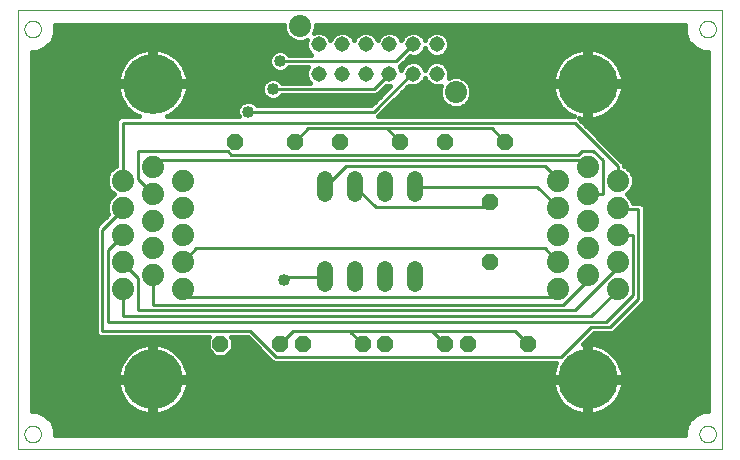
<source format=gtl>
G75*
%MOIN*%
%OFA0B0*%
%FSLAX25Y25*%
%IPPOS*%
%LPD*%
%AMOC8*
5,1,8,0,0,1.08239X$1,22.5*
%
%ADD10C,0.00000*%
%ADD11C,0.05200*%
%ADD12C,0.07400*%
%ADD13C,0.20000*%
%ADD14OC8,0.05200*%
%ADD15C,0.05150*%
%ADD16C,0.07382*%
%ADD17C,0.01000*%
%ADD18C,0.04000*%
%ADD19C,0.01600*%
D10*
X0025955Y0001800D02*
X0025955Y0148001D01*
X0260876Y0148001D01*
X0260876Y0001800D01*
X0025955Y0001800D01*
X0028199Y0006800D02*
X0028201Y0006905D01*
X0028207Y0007010D01*
X0028217Y0007114D01*
X0028231Y0007218D01*
X0028249Y0007322D01*
X0028271Y0007424D01*
X0028296Y0007526D01*
X0028326Y0007627D01*
X0028359Y0007726D01*
X0028396Y0007824D01*
X0028437Y0007921D01*
X0028482Y0008016D01*
X0028530Y0008109D01*
X0028581Y0008201D01*
X0028637Y0008290D01*
X0028695Y0008377D01*
X0028757Y0008462D01*
X0028821Y0008545D01*
X0028889Y0008625D01*
X0028960Y0008702D01*
X0029034Y0008776D01*
X0029111Y0008848D01*
X0029190Y0008917D01*
X0029272Y0008982D01*
X0029356Y0009045D01*
X0029443Y0009104D01*
X0029532Y0009160D01*
X0029623Y0009213D01*
X0029716Y0009262D01*
X0029810Y0009307D01*
X0029906Y0009349D01*
X0030004Y0009387D01*
X0030103Y0009421D01*
X0030204Y0009452D01*
X0030305Y0009478D01*
X0030408Y0009501D01*
X0030511Y0009520D01*
X0030615Y0009535D01*
X0030719Y0009546D01*
X0030824Y0009553D01*
X0030929Y0009556D01*
X0031034Y0009555D01*
X0031139Y0009550D01*
X0031243Y0009541D01*
X0031347Y0009528D01*
X0031451Y0009511D01*
X0031554Y0009490D01*
X0031656Y0009465D01*
X0031757Y0009437D01*
X0031856Y0009404D01*
X0031955Y0009368D01*
X0032052Y0009328D01*
X0032147Y0009285D01*
X0032241Y0009237D01*
X0032333Y0009187D01*
X0032423Y0009133D01*
X0032511Y0009075D01*
X0032596Y0009014D01*
X0032679Y0008950D01*
X0032760Y0008883D01*
X0032838Y0008813D01*
X0032913Y0008739D01*
X0032985Y0008664D01*
X0033055Y0008585D01*
X0033121Y0008504D01*
X0033185Y0008420D01*
X0033245Y0008334D01*
X0033301Y0008246D01*
X0033355Y0008155D01*
X0033405Y0008063D01*
X0033451Y0007969D01*
X0033494Y0007873D01*
X0033533Y0007775D01*
X0033568Y0007677D01*
X0033599Y0007576D01*
X0033627Y0007475D01*
X0033651Y0007373D01*
X0033671Y0007270D01*
X0033687Y0007166D01*
X0033699Y0007062D01*
X0033707Y0006957D01*
X0033711Y0006852D01*
X0033711Y0006748D01*
X0033707Y0006643D01*
X0033699Y0006538D01*
X0033687Y0006434D01*
X0033671Y0006330D01*
X0033651Y0006227D01*
X0033627Y0006125D01*
X0033599Y0006024D01*
X0033568Y0005923D01*
X0033533Y0005825D01*
X0033494Y0005727D01*
X0033451Y0005631D01*
X0033405Y0005537D01*
X0033355Y0005445D01*
X0033301Y0005354D01*
X0033245Y0005266D01*
X0033185Y0005180D01*
X0033121Y0005096D01*
X0033055Y0005015D01*
X0032985Y0004936D01*
X0032913Y0004861D01*
X0032838Y0004787D01*
X0032760Y0004717D01*
X0032679Y0004650D01*
X0032596Y0004586D01*
X0032511Y0004525D01*
X0032423Y0004467D01*
X0032333Y0004413D01*
X0032241Y0004363D01*
X0032147Y0004315D01*
X0032052Y0004272D01*
X0031955Y0004232D01*
X0031856Y0004196D01*
X0031757Y0004163D01*
X0031656Y0004135D01*
X0031554Y0004110D01*
X0031451Y0004089D01*
X0031347Y0004072D01*
X0031243Y0004059D01*
X0031139Y0004050D01*
X0031034Y0004045D01*
X0030929Y0004044D01*
X0030824Y0004047D01*
X0030719Y0004054D01*
X0030615Y0004065D01*
X0030511Y0004080D01*
X0030408Y0004099D01*
X0030305Y0004122D01*
X0030204Y0004148D01*
X0030103Y0004179D01*
X0030004Y0004213D01*
X0029906Y0004251D01*
X0029810Y0004293D01*
X0029716Y0004338D01*
X0029623Y0004387D01*
X0029532Y0004440D01*
X0029443Y0004496D01*
X0029356Y0004555D01*
X0029272Y0004618D01*
X0029190Y0004683D01*
X0029111Y0004752D01*
X0029034Y0004824D01*
X0028960Y0004898D01*
X0028889Y0004975D01*
X0028821Y0005055D01*
X0028757Y0005138D01*
X0028695Y0005223D01*
X0028637Y0005310D01*
X0028581Y0005399D01*
X0028530Y0005491D01*
X0028482Y0005584D01*
X0028437Y0005679D01*
X0028396Y0005776D01*
X0028359Y0005874D01*
X0028326Y0005973D01*
X0028296Y0006074D01*
X0028271Y0006176D01*
X0028249Y0006278D01*
X0028231Y0006382D01*
X0028217Y0006486D01*
X0028207Y0006590D01*
X0028201Y0006695D01*
X0028199Y0006800D01*
X0253199Y0006800D02*
X0253201Y0006905D01*
X0253207Y0007010D01*
X0253217Y0007114D01*
X0253231Y0007218D01*
X0253249Y0007322D01*
X0253271Y0007424D01*
X0253296Y0007526D01*
X0253326Y0007627D01*
X0253359Y0007726D01*
X0253396Y0007824D01*
X0253437Y0007921D01*
X0253482Y0008016D01*
X0253530Y0008109D01*
X0253581Y0008201D01*
X0253637Y0008290D01*
X0253695Y0008377D01*
X0253757Y0008462D01*
X0253821Y0008545D01*
X0253889Y0008625D01*
X0253960Y0008702D01*
X0254034Y0008776D01*
X0254111Y0008848D01*
X0254190Y0008917D01*
X0254272Y0008982D01*
X0254356Y0009045D01*
X0254443Y0009104D01*
X0254532Y0009160D01*
X0254623Y0009213D01*
X0254716Y0009262D01*
X0254810Y0009307D01*
X0254906Y0009349D01*
X0255004Y0009387D01*
X0255103Y0009421D01*
X0255204Y0009452D01*
X0255305Y0009478D01*
X0255408Y0009501D01*
X0255511Y0009520D01*
X0255615Y0009535D01*
X0255719Y0009546D01*
X0255824Y0009553D01*
X0255929Y0009556D01*
X0256034Y0009555D01*
X0256139Y0009550D01*
X0256243Y0009541D01*
X0256347Y0009528D01*
X0256451Y0009511D01*
X0256554Y0009490D01*
X0256656Y0009465D01*
X0256757Y0009437D01*
X0256856Y0009404D01*
X0256955Y0009368D01*
X0257052Y0009328D01*
X0257147Y0009285D01*
X0257241Y0009237D01*
X0257333Y0009187D01*
X0257423Y0009133D01*
X0257511Y0009075D01*
X0257596Y0009014D01*
X0257679Y0008950D01*
X0257760Y0008883D01*
X0257838Y0008813D01*
X0257913Y0008739D01*
X0257985Y0008664D01*
X0258055Y0008585D01*
X0258121Y0008504D01*
X0258185Y0008420D01*
X0258245Y0008334D01*
X0258301Y0008246D01*
X0258355Y0008155D01*
X0258405Y0008063D01*
X0258451Y0007969D01*
X0258494Y0007873D01*
X0258533Y0007775D01*
X0258568Y0007677D01*
X0258599Y0007576D01*
X0258627Y0007475D01*
X0258651Y0007373D01*
X0258671Y0007270D01*
X0258687Y0007166D01*
X0258699Y0007062D01*
X0258707Y0006957D01*
X0258711Y0006852D01*
X0258711Y0006748D01*
X0258707Y0006643D01*
X0258699Y0006538D01*
X0258687Y0006434D01*
X0258671Y0006330D01*
X0258651Y0006227D01*
X0258627Y0006125D01*
X0258599Y0006024D01*
X0258568Y0005923D01*
X0258533Y0005825D01*
X0258494Y0005727D01*
X0258451Y0005631D01*
X0258405Y0005537D01*
X0258355Y0005445D01*
X0258301Y0005354D01*
X0258245Y0005266D01*
X0258185Y0005180D01*
X0258121Y0005096D01*
X0258055Y0005015D01*
X0257985Y0004936D01*
X0257913Y0004861D01*
X0257838Y0004787D01*
X0257760Y0004717D01*
X0257679Y0004650D01*
X0257596Y0004586D01*
X0257511Y0004525D01*
X0257423Y0004467D01*
X0257333Y0004413D01*
X0257241Y0004363D01*
X0257147Y0004315D01*
X0257052Y0004272D01*
X0256955Y0004232D01*
X0256856Y0004196D01*
X0256757Y0004163D01*
X0256656Y0004135D01*
X0256554Y0004110D01*
X0256451Y0004089D01*
X0256347Y0004072D01*
X0256243Y0004059D01*
X0256139Y0004050D01*
X0256034Y0004045D01*
X0255929Y0004044D01*
X0255824Y0004047D01*
X0255719Y0004054D01*
X0255615Y0004065D01*
X0255511Y0004080D01*
X0255408Y0004099D01*
X0255305Y0004122D01*
X0255204Y0004148D01*
X0255103Y0004179D01*
X0255004Y0004213D01*
X0254906Y0004251D01*
X0254810Y0004293D01*
X0254716Y0004338D01*
X0254623Y0004387D01*
X0254532Y0004440D01*
X0254443Y0004496D01*
X0254356Y0004555D01*
X0254272Y0004618D01*
X0254190Y0004683D01*
X0254111Y0004752D01*
X0254034Y0004824D01*
X0253960Y0004898D01*
X0253889Y0004975D01*
X0253821Y0005055D01*
X0253757Y0005138D01*
X0253695Y0005223D01*
X0253637Y0005310D01*
X0253581Y0005399D01*
X0253530Y0005491D01*
X0253482Y0005584D01*
X0253437Y0005679D01*
X0253396Y0005776D01*
X0253359Y0005874D01*
X0253326Y0005973D01*
X0253296Y0006074D01*
X0253271Y0006176D01*
X0253249Y0006278D01*
X0253231Y0006382D01*
X0253217Y0006486D01*
X0253207Y0006590D01*
X0253201Y0006695D01*
X0253199Y0006800D01*
X0253199Y0141800D02*
X0253201Y0141905D01*
X0253207Y0142010D01*
X0253217Y0142114D01*
X0253231Y0142218D01*
X0253249Y0142322D01*
X0253271Y0142424D01*
X0253296Y0142526D01*
X0253326Y0142627D01*
X0253359Y0142726D01*
X0253396Y0142824D01*
X0253437Y0142921D01*
X0253482Y0143016D01*
X0253530Y0143109D01*
X0253581Y0143201D01*
X0253637Y0143290D01*
X0253695Y0143377D01*
X0253757Y0143462D01*
X0253821Y0143545D01*
X0253889Y0143625D01*
X0253960Y0143702D01*
X0254034Y0143776D01*
X0254111Y0143848D01*
X0254190Y0143917D01*
X0254272Y0143982D01*
X0254356Y0144045D01*
X0254443Y0144104D01*
X0254532Y0144160D01*
X0254623Y0144213D01*
X0254716Y0144262D01*
X0254810Y0144307D01*
X0254906Y0144349D01*
X0255004Y0144387D01*
X0255103Y0144421D01*
X0255204Y0144452D01*
X0255305Y0144478D01*
X0255408Y0144501D01*
X0255511Y0144520D01*
X0255615Y0144535D01*
X0255719Y0144546D01*
X0255824Y0144553D01*
X0255929Y0144556D01*
X0256034Y0144555D01*
X0256139Y0144550D01*
X0256243Y0144541D01*
X0256347Y0144528D01*
X0256451Y0144511D01*
X0256554Y0144490D01*
X0256656Y0144465D01*
X0256757Y0144437D01*
X0256856Y0144404D01*
X0256955Y0144368D01*
X0257052Y0144328D01*
X0257147Y0144285D01*
X0257241Y0144237D01*
X0257333Y0144187D01*
X0257423Y0144133D01*
X0257511Y0144075D01*
X0257596Y0144014D01*
X0257679Y0143950D01*
X0257760Y0143883D01*
X0257838Y0143813D01*
X0257913Y0143739D01*
X0257985Y0143664D01*
X0258055Y0143585D01*
X0258121Y0143504D01*
X0258185Y0143420D01*
X0258245Y0143334D01*
X0258301Y0143246D01*
X0258355Y0143155D01*
X0258405Y0143063D01*
X0258451Y0142969D01*
X0258494Y0142873D01*
X0258533Y0142775D01*
X0258568Y0142677D01*
X0258599Y0142576D01*
X0258627Y0142475D01*
X0258651Y0142373D01*
X0258671Y0142270D01*
X0258687Y0142166D01*
X0258699Y0142062D01*
X0258707Y0141957D01*
X0258711Y0141852D01*
X0258711Y0141748D01*
X0258707Y0141643D01*
X0258699Y0141538D01*
X0258687Y0141434D01*
X0258671Y0141330D01*
X0258651Y0141227D01*
X0258627Y0141125D01*
X0258599Y0141024D01*
X0258568Y0140923D01*
X0258533Y0140825D01*
X0258494Y0140727D01*
X0258451Y0140631D01*
X0258405Y0140537D01*
X0258355Y0140445D01*
X0258301Y0140354D01*
X0258245Y0140266D01*
X0258185Y0140180D01*
X0258121Y0140096D01*
X0258055Y0140015D01*
X0257985Y0139936D01*
X0257913Y0139861D01*
X0257838Y0139787D01*
X0257760Y0139717D01*
X0257679Y0139650D01*
X0257596Y0139586D01*
X0257511Y0139525D01*
X0257423Y0139467D01*
X0257333Y0139413D01*
X0257241Y0139363D01*
X0257147Y0139315D01*
X0257052Y0139272D01*
X0256955Y0139232D01*
X0256856Y0139196D01*
X0256757Y0139163D01*
X0256656Y0139135D01*
X0256554Y0139110D01*
X0256451Y0139089D01*
X0256347Y0139072D01*
X0256243Y0139059D01*
X0256139Y0139050D01*
X0256034Y0139045D01*
X0255929Y0139044D01*
X0255824Y0139047D01*
X0255719Y0139054D01*
X0255615Y0139065D01*
X0255511Y0139080D01*
X0255408Y0139099D01*
X0255305Y0139122D01*
X0255204Y0139148D01*
X0255103Y0139179D01*
X0255004Y0139213D01*
X0254906Y0139251D01*
X0254810Y0139293D01*
X0254716Y0139338D01*
X0254623Y0139387D01*
X0254532Y0139440D01*
X0254443Y0139496D01*
X0254356Y0139555D01*
X0254272Y0139618D01*
X0254190Y0139683D01*
X0254111Y0139752D01*
X0254034Y0139824D01*
X0253960Y0139898D01*
X0253889Y0139975D01*
X0253821Y0140055D01*
X0253757Y0140138D01*
X0253695Y0140223D01*
X0253637Y0140310D01*
X0253581Y0140399D01*
X0253530Y0140491D01*
X0253482Y0140584D01*
X0253437Y0140679D01*
X0253396Y0140776D01*
X0253359Y0140874D01*
X0253326Y0140973D01*
X0253296Y0141074D01*
X0253271Y0141176D01*
X0253249Y0141278D01*
X0253231Y0141382D01*
X0253217Y0141486D01*
X0253207Y0141590D01*
X0253201Y0141695D01*
X0253199Y0141800D01*
X0028199Y0141800D02*
X0028201Y0141905D01*
X0028207Y0142010D01*
X0028217Y0142114D01*
X0028231Y0142218D01*
X0028249Y0142322D01*
X0028271Y0142424D01*
X0028296Y0142526D01*
X0028326Y0142627D01*
X0028359Y0142726D01*
X0028396Y0142824D01*
X0028437Y0142921D01*
X0028482Y0143016D01*
X0028530Y0143109D01*
X0028581Y0143201D01*
X0028637Y0143290D01*
X0028695Y0143377D01*
X0028757Y0143462D01*
X0028821Y0143545D01*
X0028889Y0143625D01*
X0028960Y0143702D01*
X0029034Y0143776D01*
X0029111Y0143848D01*
X0029190Y0143917D01*
X0029272Y0143982D01*
X0029356Y0144045D01*
X0029443Y0144104D01*
X0029532Y0144160D01*
X0029623Y0144213D01*
X0029716Y0144262D01*
X0029810Y0144307D01*
X0029906Y0144349D01*
X0030004Y0144387D01*
X0030103Y0144421D01*
X0030204Y0144452D01*
X0030305Y0144478D01*
X0030408Y0144501D01*
X0030511Y0144520D01*
X0030615Y0144535D01*
X0030719Y0144546D01*
X0030824Y0144553D01*
X0030929Y0144556D01*
X0031034Y0144555D01*
X0031139Y0144550D01*
X0031243Y0144541D01*
X0031347Y0144528D01*
X0031451Y0144511D01*
X0031554Y0144490D01*
X0031656Y0144465D01*
X0031757Y0144437D01*
X0031856Y0144404D01*
X0031955Y0144368D01*
X0032052Y0144328D01*
X0032147Y0144285D01*
X0032241Y0144237D01*
X0032333Y0144187D01*
X0032423Y0144133D01*
X0032511Y0144075D01*
X0032596Y0144014D01*
X0032679Y0143950D01*
X0032760Y0143883D01*
X0032838Y0143813D01*
X0032913Y0143739D01*
X0032985Y0143664D01*
X0033055Y0143585D01*
X0033121Y0143504D01*
X0033185Y0143420D01*
X0033245Y0143334D01*
X0033301Y0143246D01*
X0033355Y0143155D01*
X0033405Y0143063D01*
X0033451Y0142969D01*
X0033494Y0142873D01*
X0033533Y0142775D01*
X0033568Y0142677D01*
X0033599Y0142576D01*
X0033627Y0142475D01*
X0033651Y0142373D01*
X0033671Y0142270D01*
X0033687Y0142166D01*
X0033699Y0142062D01*
X0033707Y0141957D01*
X0033711Y0141852D01*
X0033711Y0141748D01*
X0033707Y0141643D01*
X0033699Y0141538D01*
X0033687Y0141434D01*
X0033671Y0141330D01*
X0033651Y0141227D01*
X0033627Y0141125D01*
X0033599Y0141024D01*
X0033568Y0140923D01*
X0033533Y0140825D01*
X0033494Y0140727D01*
X0033451Y0140631D01*
X0033405Y0140537D01*
X0033355Y0140445D01*
X0033301Y0140354D01*
X0033245Y0140266D01*
X0033185Y0140180D01*
X0033121Y0140096D01*
X0033055Y0140015D01*
X0032985Y0139936D01*
X0032913Y0139861D01*
X0032838Y0139787D01*
X0032760Y0139717D01*
X0032679Y0139650D01*
X0032596Y0139586D01*
X0032511Y0139525D01*
X0032423Y0139467D01*
X0032333Y0139413D01*
X0032241Y0139363D01*
X0032147Y0139315D01*
X0032052Y0139272D01*
X0031955Y0139232D01*
X0031856Y0139196D01*
X0031757Y0139163D01*
X0031656Y0139135D01*
X0031554Y0139110D01*
X0031451Y0139089D01*
X0031347Y0139072D01*
X0031243Y0139059D01*
X0031139Y0139050D01*
X0031034Y0139045D01*
X0030929Y0139044D01*
X0030824Y0139047D01*
X0030719Y0139054D01*
X0030615Y0139065D01*
X0030511Y0139080D01*
X0030408Y0139099D01*
X0030305Y0139122D01*
X0030204Y0139148D01*
X0030103Y0139179D01*
X0030004Y0139213D01*
X0029906Y0139251D01*
X0029810Y0139293D01*
X0029716Y0139338D01*
X0029623Y0139387D01*
X0029532Y0139440D01*
X0029443Y0139496D01*
X0029356Y0139555D01*
X0029272Y0139618D01*
X0029190Y0139683D01*
X0029111Y0139752D01*
X0029034Y0139824D01*
X0028960Y0139898D01*
X0028889Y0139975D01*
X0028821Y0140055D01*
X0028757Y0140138D01*
X0028695Y0140223D01*
X0028637Y0140310D01*
X0028581Y0140399D01*
X0028530Y0140491D01*
X0028482Y0140584D01*
X0028437Y0140679D01*
X0028396Y0140776D01*
X0028359Y0140874D01*
X0028326Y0140973D01*
X0028296Y0141074D01*
X0028271Y0141176D01*
X0028249Y0141278D01*
X0028231Y0141382D01*
X0028217Y0141486D01*
X0028207Y0141590D01*
X0028201Y0141695D01*
X0028199Y0141800D01*
D11*
X0128455Y0091900D02*
X0128455Y0086700D01*
X0138455Y0086700D02*
X0138455Y0091900D01*
X0148455Y0091900D02*
X0148455Y0086700D01*
X0158455Y0086700D02*
X0158455Y0091900D01*
X0158455Y0061900D02*
X0158455Y0056700D01*
X0148455Y0056700D02*
X0148455Y0061900D01*
X0138455Y0061900D02*
X0138455Y0056700D01*
X0128455Y0056700D02*
X0128455Y0061900D01*
D12*
X0080955Y0064261D03*
X0070955Y0068749D03*
X0060955Y0064261D03*
X0070955Y0059733D03*
X0060955Y0055245D03*
X0080955Y0055245D03*
X0080955Y0073276D03*
X0070955Y0077765D03*
X0060955Y0073276D03*
X0060955Y0082292D03*
X0070955Y0086780D03*
X0060955Y0091308D03*
X0070955Y0095796D03*
X0080955Y0091308D03*
X0080955Y0082292D03*
X0205955Y0082292D03*
X0215955Y0086780D03*
X0225955Y0082292D03*
X0215955Y0077765D03*
X0225955Y0073276D03*
X0215955Y0068749D03*
X0225955Y0064261D03*
X0215955Y0059733D03*
X0225955Y0055245D03*
X0205955Y0055245D03*
X0205955Y0064261D03*
X0205955Y0073276D03*
X0205955Y0091308D03*
X0215955Y0095796D03*
X0225955Y0091308D03*
D13*
X0215955Y0123513D03*
X0070955Y0123513D03*
X0070955Y0025087D03*
X0215955Y0025087D03*
D14*
X0195955Y0036800D03*
X0175955Y0036800D03*
X0168455Y0036800D03*
X0148455Y0036800D03*
X0140955Y0036800D03*
X0120955Y0036800D03*
X0113455Y0036800D03*
X0093455Y0036800D03*
X0183455Y0064300D03*
X0183455Y0084300D03*
X0188455Y0104300D03*
X0168455Y0104300D03*
X0153455Y0104300D03*
X0133455Y0104300D03*
X0118455Y0104300D03*
X0098455Y0104300D03*
D15*
X0126270Y0126879D03*
X0134144Y0126879D03*
X0142018Y0126879D03*
X0149892Y0126879D03*
X0157766Y0126879D03*
X0165640Y0126879D03*
X0165640Y0136721D03*
X0157766Y0136721D03*
X0149892Y0136721D03*
X0142018Y0136721D03*
X0134144Y0136721D03*
X0126270Y0136721D03*
D16*
X0119971Y0142824D03*
X0171939Y0120776D03*
D17*
X0157766Y0126879D02*
X0157205Y0126800D01*
X0144705Y0114300D01*
X0102830Y0114300D01*
X0110955Y0121800D02*
X0144705Y0121800D01*
X0149705Y0126800D01*
X0149892Y0126879D01*
X0152205Y0131175D02*
X0113455Y0131175D01*
X0152205Y0131175D02*
X0157205Y0136175D01*
X0157766Y0136721D01*
X0149705Y0108675D02*
X0149393Y0108362D01*
X0149080Y0108675D01*
X0122830Y0108675D01*
X0118455Y0104300D01*
X0128455Y0089300D02*
X0135330Y0096175D01*
X0201580Y0096175D01*
X0205955Y0091800D01*
X0205955Y0091308D01*
X0199080Y0089300D02*
X0158455Y0089300D01*
X0145330Y0082425D02*
X0181580Y0082425D01*
X0183455Y0084300D01*
X0199080Y0089300D02*
X0205955Y0082425D01*
X0205955Y0082292D01*
X0215955Y0086780D02*
X0215955Y0086800D01*
X0220955Y0086800D01*
X0220955Y0098050D01*
X0217830Y0101175D01*
X0214080Y0101175D01*
X0212830Y0099925D01*
X0097205Y0099925D01*
X0095955Y0101175D01*
X0065955Y0101175D01*
X0065955Y0091800D01*
X0070955Y0086800D01*
X0070955Y0086780D01*
X0060955Y0082292D02*
X0060955Y0081800D01*
X0054080Y0074925D01*
X0054080Y0041175D01*
X0103455Y0041175D01*
X0112205Y0032425D01*
X0207205Y0032425D01*
X0217205Y0042425D01*
X0223455Y0042425D01*
X0232830Y0051800D01*
X0232830Y0081800D01*
X0225955Y0081800D01*
X0225955Y0082292D01*
X0225955Y0073276D02*
X0225955Y0073050D01*
X0230955Y0073050D01*
X0230955Y0053050D01*
X0222205Y0044300D01*
X0055955Y0044300D01*
X0055955Y0068050D01*
X0060955Y0073050D01*
X0060955Y0073276D01*
X0060955Y0064261D02*
X0060955Y0063675D01*
X0065955Y0058675D01*
X0065955Y0048050D01*
X0211580Y0048050D01*
X0225955Y0062425D01*
X0225955Y0064261D01*
X0215955Y0059733D02*
X0215955Y0058050D01*
X0207830Y0049925D01*
X0070955Y0049925D01*
X0070955Y0059733D01*
X0060955Y0055245D02*
X0060955Y0046175D01*
X0217205Y0046175D01*
X0225955Y0054925D01*
X0225955Y0055245D01*
X0205955Y0055245D02*
X0205955Y0054925D01*
X0203455Y0052425D01*
X0083455Y0052425D01*
X0080955Y0054925D01*
X0080955Y0055245D01*
X0080955Y0064261D02*
X0080955Y0064300D01*
X0085330Y0068675D01*
X0201580Y0068675D01*
X0205955Y0064300D01*
X0205955Y0064261D01*
X0191580Y0041175D02*
X0164705Y0041175D01*
X0164393Y0040863D01*
X0168455Y0036800D01*
X0164393Y0040863D02*
X0164080Y0041175D01*
X0137205Y0041175D01*
X0136893Y0040863D01*
X0136580Y0041175D01*
X0117830Y0041175D01*
X0113455Y0036800D01*
X0136893Y0040863D02*
X0140955Y0036800D01*
X0115955Y0059300D02*
X0114705Y0058050D01*
X0115955Y0059300D02*
X0128455Y0059300D01*
X0145330Y0082425D02*
X0138455Y0089300D01*
X0153455Y0104300D02*
X0149393Y0108362D01*
X0149705Y0108675D02*
X0184080Y0108675D01*
X0188455Y0104300D01*
X0211580Y0110550D02*
X0225955Y0096175D01*
X0225955Y0091308D01*
X0215955Y0095796D02*
X0215955Y0096175D01*
X0214080Y0098050D01*
X0072830Y0098050D01*
X0070955Y0096175D01*
X0070955Y0095796D01*
X0060955Y0091308D02*
X0060955Y0110550D01*
X0211580Y0110550D01*
X0191580Y0041175D02*
X0195955Y0036800D01*
X0215955Y0025087D02*
X0215955Y0024925D01*
X0070955Y0024925D01*
X0070955Y0025087D01*
D18*
X0114705Y0058050D03*
X0102830Y0114300D03*
X0110955Y0121800D03*
X0113455Y0131175D03*
D19*
X0109898Y0131995D02*
X0079161Y0131995D01*
X0078830Y0132325D02*
X0077794Y0133151D01*
X0076672Y0133856D01*
X0075478Y0134432D01*
X0074227Y0134869D01*
X0072935Y0135164D01*
X0071755Y0135297D01*
X0071755Y0124313D01*
X0070155Y0124313D01*
X0070155Y0135297D01*
X0068975Y0135164D01*
X0067683Y0134869D01*
X0066432Y0134432D01*
X0065238Y0133856D01*
X0064116Y0133151D01*
X0063080Y0132325D01*
X0062143Y0131388D01*
X0061316Y0130352D01*
X0060611Y0129229D01*
X0060036Y0128035D01*
X0059598Y0126784D01*
X0059304Y0125492D01*
X0059171Y0124313D01*
X0070155Y0124313D01*
X0070155Y0122713D01*
X0059171Y0122713D01*
X0059304Y0121533D01*
X0059598Y0120241D01*
X0060036Y0118990D01*
X0060611Y0117796D01*
X0061316Y0116674D01*
X0062143Y0115637D01*
X0063080Y0114700D01*
X0064116Y0113874D01*
X0065238Y0113169D01*
X0066315Y0112650D01*
X0060085Y0112650D01*
X0058855Y0111420D01*
X0058855Y0096175D01*
X0057953Y0095801D01*
X0056462Y0094310D01*
X0055655Y0092362D01*
X0055655Y0090254D01*
X0056462Y0088306D01*
X0057953Y0086815D01*
X0057989Y0086800D01*
X0057953Y0086785D01*
X0056462Y0085294D01*
X0055655Y0083346D01*
X0055655Y0081238D01*
X0056173Y0079988D01*
X0053210Y0077025D01*
X0051980Y0075795D01*
X0051980Y0040305D01*
X0053210Y0039075D01*
X0089790Y0039075D01*
X0089255Y0038540D01*
X0089255Y0035060D01*
X0091715Y0032600D01*
X0095195Y0032600D01*
X0097655Y0035060D01*
X0097655Y0038540D01*
X0097120Y0039075D01*
X0102585Y0039075D01*
X0110105Y0031555D01*
X0111335Y0030325D01*
X0205380Y0030325D01*
X0205036Y0029610D01*
X0204598Y0028359D01*
X0204304Y0027067D01*
X0204171Y0025887D01*
X0215155Y0025887D01*
X0215155Y0024287D01*
X0216755Y0024287D01*
X0216755Y0013303D01*
X0217935Y0013436D01*
X0219227Y0013731D01*
X0220478Y0014168D01*
X0221672Y0014743D01*
X0222794Y0015449D01*
X0223830Y0016275D01*
X0224768Y0017212D01*
X0225594Y0018248D01*
X0226299Y0019371D01*
X0226874Y0020565D01*
X0227312Y0021816D01*
X0227607Y0023108D01*
X0227740Y0024287D01*
X0216755Y0024287D01*
X0216755Y0025887D01*
X0227740Y0025887D01*
X0227607Y0027067D01*
X0227312Y0028359D01*
X0226874Y0029610D01*
X0226299Y0030804D01*
X0225594Y0031926D01*
X0224768Y0032963D01*
X0223830Y0033900D01*
X0222794Y0034726D01*
X0221672Y0035431D01*
X0220478Y0036006D01*
X0219227Y0036444D01*
X0217935Y0036739D01*
X0216755Y0036872D01*
X0216755Y0025887D01*
X0215155Y0025887D01*
X0215155Y0036872D01*
X0214554Y0036804D01*
X0218075Y0040325D01*
X0224325Y0040325D01*
X0233700Y0049700D01*
X0234930Y0050930D01*
X0234930Y0082670D01*
X0233700Y0083900D01*
X0231026Y0083900D01*
X0230448Y0085294D01*
X0228957Y0086785D01*
X0228922Y0086800D01*
X0228957Y0086815D01*
X0230448Y0088306D01*
X0231255Y0090254D01*
X0231255Y0092362D01*
X0230448Y0094310D01*
X0228957Y0095801D01*
X0228055Y0096175D01*
X0228055Y0097045D01*
X0226825Y0098275D01*
X0213021Y0112079D01*
X0213975Y0111861D01*
X0215155Y0111728D01*
X0215155Y0122713D01*
X0204171Y0122713D01*
X0204304Y0121533D01*
X0204598Y0120241D01*
X0205036Y0118990D01*
X0205611Y0117796D01*
X0206316Y0116674D01*
X0207143Y0115637D01*
X0208080Y0114700D01*
X0209116Y0113874D01*
X0210238Y0113169D01*
X0211315Y0112650D01*
X0146025Y0112650D01*
X0146805Y0113430D01*
X0156330Y0122955D01*
X0156936Y0122704D01*
X0158597Y0122704D01*
X0160131Y0123340D01*
X0161305Y0124514D01*
X0161703Y0125474D01*
X0162101Y0124514D01*
X0163275Y0123340D01*
X0164810Y0122704D01*
X0166471Y0122704D01*
X0167123Y0122974D01*
X0166648Y0121829D01*
X0166648Y0119724D01*
X0167454Y0117779D01*
X0168942Y0116291D01*
X0170887Y0115485D01*
X0172992Y0115485D01*
X0174936Y0116291D01*
X0176425Y0117779D01*
X0177230Y0119724D01*
X0177230Y0121829D01*
X0176425Y0123773D01*
X0174936Y0125262D01*
X0172992Y0126067D01*
X0170887Y0126067D01*
X0169602Y0125535D01*
X0169815Y0126048D01*
X0169815Y0127709D01*
X0169179Y0129244D01*
X0168005Y0130418D01*
X0166471Y0131054D01*
X0164810Y0131054D01*
X0163275Y0130418D01*
X0162101Y0129244D01*
X0161703Y0128283D01*
X0161305Y0129244D01*
X0160131Y0130418D01*
X0158597Y0131054D01*
X0156936Y0131054D01*
X0155401Y0130418D01*
X0154227Y0129244D01*
X0153829Y0128283D01*
X0153431Y0129244D01*
X0153337Y0129337D01*
X0154305Y0130305D01*
X0156660Y0132660D01*
X0156936Y0132546D01*
X0158597Y0132546D01*
X0160131Y0133182D01*
X0161305Y0134356D01*
X0161703Y0135317D01*
X0162101Y0134356D01*
X0163275Y0133182D01*
X0164810Y0132546D01*
X0166471Y0132546D01*
X0168005Y0133182D01*
X0169179Y0134356D01*
X0169815Y0135891D01*
X0169815Y0137552D01*
X0169179Y0139086D01*
X0168005Y0140260D01*
X0166471Y0140896D01*
X0164810Y0140896D01*
X0163275Y0140260D01*
X0162101Y0139086D01*
X0161703Y0138126D01*
X0161305Y0139086D01*
X0160131Y0140260D01*
X0158597Y0140896D01*
X0156936Y0140896D01*
X0155401Y0140260D01*
X0154227Y0139086D01*
X0153829Y0138126D01*
X0153431Y0139086D01*
X0152257Y0140260D01*
X0150723Y0140896D01*
X0149062Y0140896D01*
X0147527Y0140260D01*
X0146353Y0139086D01*
X0145955Y0138126D01*
X0145557Y0139086D01*
X0144383Y0140260D01*
X0142849Y0140896D01*
X0141188Y0140896D01*
X0139653Y0140260D01*
X0138479Y0139086D01*
X0138081Y0138126D01*
X0137683Y0139086D01*
X0136509Y0140260D01*
X0134975Y0140896D01*
X0133314Y0140896D01*
X0131779Y0140260D01*
X0130605Y0139086D01*
X0130207Y0138126D01*
X0129809Y0139086D01*
X0128635Y0140260D01*
X0127100Y0140896D01*
X0125440Y0140896D01*
X0124787Y0140626D01*
X0125262Y0141771D01*
X0125262Y0143201D01*
X0248399Y0143201D01*
X0248399Y0140297D01*
X0249550Y0137520D01*
X0251675Y0135394D01*
X0254452Y0134244D01*
X0256076Y0134244D01*
X0256076Y0014356D01*
X0254452Y0014356D01*
X0251675Y0013206D01*
X0249550Y0011080D01*
X0248399Y0008303D01*
X0248399Y0006600D01*
X0038511Y0006600D01*
X0038511Y0008303D01*
X0037361Y0011080D01*
X0035235Y0013206D01*
X0032458Y0014356D01*
X0030755Y0014356D01*
X0030755Y0134244D01*
X0032458Y0134244D01*
X0035235Y0135394D01*
X0037361Y0137520D01*
X0038511Y0140297D01*
X0038511Y0143201D01*
X0114680Y0143201D01*
X0114680Y0141771D01*
X0115485Y0139827D01*
X0116974Y0138338D01*
X0118918Y0137533D01*
X0121023Y0137533D01*
X0122308Y0138065D01*
X0122095Y0137552D01*
X0122095Y0135891D01*
X0122731Y0134356D01*
X0123812Y0133275D01*
X0116446Y0133275D01*
X0115494Y0134227D01*
X0114171Y0134775D01*
X0112739Y0134775D01*
X0111416Y0134227D01*
X0110403Y0133214D01*
X0109855Y0131891D01*
X0109855Y0130459D01*
X0110403Y0129136D01*
X0111416Y0128123D01*
X0112739Y0127575D01*
X0114171Y0127575D01*
X0115494Y0128123D01*
X0116446Y0129075D01*
X0122661Y0129075D01*
X0122095Y0127709D01*
X0122095Y0126048D01*
X0122731Y0124514D01*
X0123345Y0123900D01*
X0113946Y0123900D01*
X0112994Y0124852D01*
X0111671Y0125400D01*
X0110239Y0125400D01*
X0108916Y0124852D01*
X0107903Y0123839D01*
X0107355Y0122516D01*
X0107355Y0121084D01*
X0107903Y0119761D01*
X0108916Y0118748D01*
X0110239Y0118200D01*
X0111671Y0118200D01*
X0112994Y0118748D01*
X0113946Y0119700D01*
X0145575Y0119700D01*
X0146805Y0120930D01*
X0148720Y0122845D01*
X0149062Y0122704D01*
X0150139Y0122704D01*
X0143835Y0116400D01*
X0105821Y0116400D01*
X0104869Y0117352D01*
X0103546Y0117900D01*
X0102114Y0117900D01*
X0100791Y0117352D01*
X0099778Y0116339D01*
X0099230Y0115016D01*
X0099230Y0113584D01*
X0099617Y0112650D01*
X0075595Y0112650D01*
X0076672Y0113169D01*
X0077794Y0113874D01*
X0078830Y0114700D01*
X0079768Y0115637D01*
X0080594Y0116674D01*
X0081299Y0117796D01*
X0081874Y0118990D01*
X0082312Y0120241D01*
X0082607Y0121533D01*
X0082740Y0122713D01*
X0071755Y0122713D01*
X0071755Y0124313D01*
X0082740Y0124313D01*
X0082607Y0125492D01*
X0082312Y0126784D01*
X0081874Y0128035D01*
X0081299Y0129229D01*
X0080594Y0130352D01*
X0079768Y0131388D01*
X0078830Y0132325D01*
X0077091Y0133593D02*
X0110782Y0133593D01*
X0116128Y0133593D02*
X0123494Y0133593D01*
X0122385Y0135192D02*
X0072689Y0135192D01*
X0071755Y0135192D02*
X0070155Y0135192D01*
X0069221Y0135192D02*
X0034746Y0135192D01*
X0036631Y0136790D02*
X0122095Y0136790D01*
X0116923Y0138389D02*
X0037721Y0138389D01*
X0038383Y0139987D02*
X0115419Y0139987D01*
X0114757Y0141586D02*
X0038511Y0141586D01*
X0038511Y0143184D02*
X0114680Y0143184D01*
X0125262Y0143184D02*
X0248399Y0143184D01*
X0248399Y0141586D02*
X0125185Y0141586D01*
X0128908Y0139987D02*
X0131506Y0139987D01*
X0130316Y0138389D02*
X0130098Y0138389D01*
X0136782Y0139987D02*
X0139380Y0139987D01*
X0138190Y0138389D02*
X0137972Y0138389D01*
X0144656Y0139987D02*
X0147254Y0139987D01*
X0146064Y0138389D02*
X0145846Y0138389D01*
X0152530Y0139987D02*
X0155128Y0139987D01*
X0153938Y0138389D02*
X0153720Y0138389D01*
X0160404Y0139987D02*
X0163002Y0139987D01*
X0161812Y0138389D02*
X0161594Y0138389D01*
X0161651Y0135192D02*
X0161755Y0135192D01*
X0162864Y0133593D02*
X0160542Y0133593D01*
X0155995Y0131995D02*
X0207750Y0131995D01*
X0208080Y0132325D02*
X0207143Y0131388D01*
X0206316Y0130352D01*
X0205611Y0129229D01*
X0205036Y0128035D01*
X0204598Y0126784D01*
X0204304Y0125492D01*
X0204171Y0124313D01*
X0215155Y0124313D01*
X0215155Y0135297D01*
X0213975Y0135164D01*
X0212683Y0134869D01*
X0211432Y0134432D01*
X0210238Y0133856D01*
X0209116Y0133151D01*
X0208080Y0132325D01*
X0209819Y0133593D02*
X0168416Y0133593D01*
X0169525Y0135192D02*
X0214221Y0135192D01*
X0215155Y0135192D02*
X0216755Y0135192D01*
X0216755Y0135297D02*
X0216755Y0124313D01*
X0215155Y0124313D01*
X0215155Y0122713D01*
X0216755Y0122713D01*
X0216755Y0124313D01*
X0227740Y0124313D01*
X0227607Y0125492D01*
X0227312Y0126784D01*
X0226874Y0128035D01*
X0226299Y0129229D01*
X0225594Y0130352D01*
X0224768Y0131388D01*
X0223830Y0132325D01*
X0222794Y0133151D01*
X0221672Y0133856D01*
X0220478Y0134432D01*
X0219227Y0134869D01*
X0217935Y0135164D01*
X0216755Y0135297D01*
X0217689Y0135192D02*
X0252164Y0135192D01*
X0250279Y0136790D02*
X0169815Y0136790D01*
X0169468Y0138389D02*
X0249190Y0138389D01*
X0248527Y0139987D02*
X0168278Y0139987D01*
X0168027Y0130396D02*
X0206352Y0130396D01*
X0205403Y0128798D02*
X0169364Y0128798D01*
X0169815Y0127199D02*
X0204744Y0127199D01*
X0204328Y0125601D02*
X0174118Y0125601D01*
X0176196Y0124002D02*
X0215155Y0124002D01*
X0215155Y0122404D02*
X0216755Y0122404D01*
X0216755Y0122713D02*
X0216755Y0111728D01*
X0217935Y0111861D01*
X0219227Y0112156D01*
X0220478Y0112594D01*
X0221672Y0113169D01*
X0222794Y0113874D01*
X0223830Y0114700D01*
X0224768Y0115637D01*
X0225594Y0116674D01*
X0226299Y0117796D01*
X0226874Y0118990D01*
X0227312Y0120241D01*
X0227607Y0121533D01*
X0227740Y0122713D01*
X0216755Y0122713D01*
X0216755Y0124002D02*
X0256076Y0124002D01*
X0256076Y0122404D02*
X0227705Y0122404D01*
X0227441Y0120805D02*
X0256076Y0120805D01*
X0256076Y0119207D02*
X0226950Y0119207D01*
X0226181Y0117608D02*
X0256076Y0117608D01*
X0256076Y0116010D02*
X0225065Y0116010D01*
X0223468Y0114411D02*
X0256076Y0114411D01*
X0256076Y0112813D02*
X0220933Y0112813D01*
X0216755Y0112813D02*
X0215155Y0112813D01*
X0215155Y0114411D02*
X0216755Y0114411D01*
X0216755Y0116010D02*
X0215155Y0116010D01*
X0215155Y0117608D02*
X0216755Y0117608D01*
X0216755Y0119207D02*
X0215155Y0119207D01*
X0215155Y0120805D02*
X0216755Y0120805D01*
X0216755Y0125601D02*
X0215155Y0125601D01*
X0215155Y0127199D02*
X0216755Y0127199D01*
X0216755Y0128798D02*
X0215155Y0128798D01*
X0215155Y0130396D02*
X0216755Y0130396D01*
X0216755Y0131995D02*
X0215155Y0131995D01*
X0215155Y0133593D02*
X0216755Y0133593D01*
X0222091Y0133593D02*
X0256076Y0133593D01*
X0256076Y0131995D02*
X0224161Y0131995D01*
X0225558Y0130396D02*
X0256076Y0130396D01*
X0256076Y0128798D02*
X0226507Y0128798D01*
X0227167Y0127199D02*
X0256076Y0127199D01*
X0256076Y0125601D02*
X0227582Y0125601D01*
X0208442Y0114411D02*
X0147786Y0114411D01*
X0146188Y0112813D02*
X0210977Y0112813D01*
X0213886Y0111214D02*
X0256076Y0111214D01*
X0256076Y0109616D02*
X0215484Y0109616D01*
X0217083Y0108017D02*
X0256076Y0108017D01*
X0256076Y0106419D02*
X0218681Y0106419D01*
X0220280Y0104820D02*
X0256076Y0104820D01*
X0256076Y0103222D02*
X0221878Y0103222D01*
X0223477Y0101623D02*
X0256076Y0101623D01*
X0256076Y0100025D02*
X0225075Y0100025D01*
X0226674Y0098426D02*
X0256076Y0098426D01*
X0256076Y0096828D02*
X0228055Y0096828D01*
X0229529Y0095229D02*
X0256076Y0095229D01*
X0256076Y0093631D02*
X0230730Y0093631D01*
X0231255Y0092032D02*
X0256076Y0092032D01*
X0256076Y0090434D02*
X0231255Y0090434D01*
X0230667Y0088835D02*
X0256076Y0088835D01*
X0256076Y0087237D02*
X0229379Y0087237D01*
X0230105Y0085638D02*
X0256076Y0085638D01*
X0256076Y0084039D02*
X0230968Y0084039D01*
X0234930Y0082441D02*
X0256076Y0082441D01*
X0256076Y0080842D02*
X0234930Y0080842D01*
X0234930Y0079244D02*
X0256076Y0079244D01*
X0256076Y0077645D02*
X0234930Y0077645D01*
X0234930Y0076047D02*
X0256076Y0076047D01*
X0256076Y0074448D02*
X0234930Y0074448D01*
X0234930Y0072850D02*
X0256076Y0072850D01*
X0256076Y0071251D02*
X0234930Y0071251D01*
X0234930Y0069653D02*
X0256076Y0069653D01*
X0256076Y0068054D02*
X0234930Y0068054D01*
X0234930Y0066456D02*
X0256076Y0066456D01*
X0256076Y0064857D02*
X0234930Y0064857D01*
X0234930Y0063259D02*
X0256076Y0063259D01*
X0256076Y0061660D02*
X0234930Y0061660D01*
X0234930Y0060062D02*
X0256076Y0060062D01*
X0256076Y0058463D02*
X0234930Y0058463D01*
X0234930Y0056865D02*
X0256076Y0056865D01*
X0256076Y0055266D02*
X0234930Y0055266D01*
X0234930Y0053668D02*
X0256076Y0053668D01*
X0256076Y0052069D02*
X0234930Y0052069D01*
X0234471Y0050471D02*
X0256076Y0050471D01*
X0256076Y0048872D02*
X0232872Y0048872D01*
X0231274Y0047274D02*
X0256076Y0047274D01*
X0256076Y0045675D02*
X0229675Y0045675D01*
X0228077Y0044077D02*
X0256076Y0044077D01*
X0256076Y0042478D02*
X0226478Y0042478D01*
X0224880Y0040880D02*
X0256076Y0040880D01*
X0256076Y0039281D02*
X0217031Y0039281D01*
X0215433Y0037683D02*
X0256076Y0037683D01*
X0256076Y0036084D02*
X0220256Y0036084D01*
X0223096Y0034486D02*
X0256076Y0034486D01*
X0256076Y0032887D02*
X0224828Y0032887D01*
X0225995Y0031289D02*
X0256076Y0031289D01*
X0256076Y0029690D02*
X0226836Y0029690D01*
X0227373Y0028092D02*
X0256076Y0028092D01*
X0256076Y0026493D02*
X0227671Y0026493D01*
X0227628Y0023296D02*
X0256076Y0023296D01*
X0256076Y0021698D02*
X0227270Y0021698D01*
X0226650Y0020099D02*
X0256076Y0020099D01*
X0256076Y0018501D02*
X0225752Y0018501D01*
X0224457Y0016902D02*
X0256076Y0016902D01*
X0256076Y0015303D02*
X0222563Y0015303D01*
X0219114Y0013705D02*
X0252881Y0013705D01*
X0250576Y0012106D02*
X0036334Y0012106D01*
X0037598Y0010508D02*
X0249313Y0010508D01*
X0248650Y0008909D02*
X0038260Y0008909D01*
X0038511Y0007311D02*
X0248399Y0007311D01*
X0216755Y0013705D02*
X0215155Y0013705D01*
X0215155Y0013303D02*
X0215155Y0024287D01*
X0204171Y0024287D01*
X0204304Y0023108D01*
X0204598Y0021816D01*
X0205036Y0020565D01*
X0205611Y0019371D01*
X0206316Y0018248D01*
X0207143Y0017212D01*
X0208080Y0016275D01*
X0209116Y0015449D01*
X0210238Y0014743D01*
X0211432Y0014168D01*
X0212683Y0013731D01*
X0213975Y0013436D01*
X0215155Y0013303D01*
X0212796Y0013705D02*
X0074114Y0013705D01*
X0074227Y0013731D02*
X0075478Y0014168D01*
X0076672Y0014743D01*
X0077794Y0015449D01*
X0078830Y0016275D01*
X0079768Y0017212D01*
X0080594Y0018248D01*
X0081299Y0019371D01*
X0081874Y0020565D01*
X0082312Y0021816D01*
X0082607Y0023108D01*
X0082740Y0024287D01*
X0071755Y0024287D01*
X0071755Y0013303D01*
X0072935Y0013436D01*
X0074227Y0013731D01*
X0071755Y0013705D02*
X0070155Y0013705D01*
X0070155Y0013303D02*
X0070155Y0024287D01*
X0071755Y0024287D01*
X0071755Y0025887D01*
X0082740Y0025887D01*
X0082607Y0027067D01*
X0082312Y0028359D01*
X0081874Y0029610D01*
X0081299Y0030804D01*
X0080594Y0031926D01*
X0079768Y0032963D01*
X0078830Y0033900D01*
X0077794Y0034726D01*
X0076672Y0035431D01*
X0075478Y0036006D01*
X0074227Y0036444D01*
X0072935Y0036739D01*
X0071755Y0036872D01*
X0071755Y0025887D01*
X0070155Y0025887D01*
X0070155Y0024287D01*
X0059171Y0024287D01*
X0059304Y0023108D01*
X0059598Y0021816D01*
X0060036Y0020565D01*
X0060611Y0019371D01*
X0061316Y0018248D01*
X0062143Y0017212D01*
X0063080Y0016275D01*
X0064116Y0015449D01*
X0065238Y0014743D01*
X0066432Y0014168D01*
X0067683Y0013731D01*
X0068975Y0013436D01*
X0070155Y0013303D01*
X0067796Y0013705D02*
X0034030Y0013705D01*
X0030755Y0015303D02*
X0064347Y0015303D01*
X0062453Y0016902D02*
X0030755Y0016902D01*
X0030755Y0018501D02*
X0061158Y0018501D01*
X0060260Y0020099D02*
X0030755Y0020099D01*
X0030755Y0021698D02*
X0059640Y0021698D01*
X0059282Y0023296D02*
X0030755Y0023296D01*
X0030755Y0024895D02*
X0070155Y0024895D01*
X0070155Y0025887D02*
X0059171Y0025887D01*
X0059304Y0027067D01*
X0059598Y0028359D01*
X0060036Y0029610D01*
X0060611Y0030804D01*
X0061316Y0031926D01*
X0062143Y0032963D01*
X0063080Y0033900D01*
X0064116Y0034726D01*
X0065238Y0035431D01*
X0066432Y0036006D01*
X0067683Y0036444D01*
X0068975Y0036739D01*
X0070155Y0036872D01*
X0070155Y0025887D01*
X0070155Y0026493D02*
X0071755Y0026493D01*
X0071755Y0024895D02*
X0215155Y0024895D01*
X0215155Y0026493D02*
X0216755Y0026493D01*
X0216755Y0024895D02*
X0256076Y0024895D01*
X0216755Y0023296D02*
X0215155Y0023296D01*
X0215155Y0021698D02*
X0216755Y0021698D01*
X0216755Y0020099D02*
X0215155Y0020099D01*
X0215155Y0018501D02*
X0216755Y0018501D01*
X0216755Y0016902D02*
X0215155Y0016902D01*
X0215155Y0015303D02*
X0216755Y0015303D01*
X0209347Y0015303D02*
X0077563Y0015303D01*
X0079457Y0016902D02*
X0207453Y0016902D01*
X0206158Y0018501D02*
X0080752Y0018501D01*
X0081650Y0020099D02*
X0205260Y0020099D01*
X0204640Y0021698D02*
X0082270Y0021698D01*
X0082628Y0023296D02*
X0204282Y0023296D01*
X0204239Y0026493D02*
X0082671Y0026493D01*
X0082373Y0028092D02*
X0204537Y0028092D01*
X0205075Y0029690D02*
X0081836Y0029690D01*
X0080995Y0031289D02*
X0110372Y0031289D01*
X0108773Y0032887D02*
X0095482Y0032887D01*
X0097080Y0034486D02*
X0107175Y0034486D01*
X0105576Y0036084D02*
X0097655Y0036084D01*
X0097655Y0037683D02*
X0103978Y0037683D01*
X0091428Y0032887D02*
X0079828Y0032887D01*
X0078096Y0034486D02*
X0089830Y0034486D01*
X0089255Y0036084D02*
X0075256Y0036084D01*
X0071755Y0036084D02*
X0070155Y0036084D01*
X0070155Y0034486D02*
X0071755Y0034486D01*
X0071755Y0032887D02*
X0070155Y0032887D01*
X0070155Y0031289D02*
X0071755Y0031289D01*
X0071755Y0029690D02*
X0070155Y0029690D01*
X0070155Y0028092D02*
X0071755Y0028092D01*
X0071755Y0023296D02*
X0070155Y0023296D01*
X0070155Y0021698D02*
X0071755Y0021698D01*
X0071755Y0020099D02*
X0070155Y0020099D01*
X0070155Y0018501D02*
X0071755Y0018501D01*
X0071755Y0016902D02*
X0070155Y0016902D01*
X0070155Y0015303D02*
X0071755Y0015303D01*
X0059239Y0026493D02*
X0030755Y0026493D01*
X0030755Y0028092D02*
X0059537Y0028092D01*
X0060075Y0029690D02*
X0030755Y0029690D01*
X0030755Y0031289D02*
X0060916Y0031289D01*
X0062082Y0032887D02*
X0030755Y0032887D01*
X0030755Y0034486D02*
X0063814Y0034486D01*
X0066655Y0036084D02*
X0030755Y0036084D01*
X0030755Y0037683D02*
X0089255Y0037683D01*
X0053004Y0039281D02*
X0030755Y0039281D01*
X0030755Y0040880D02*
X0051980Y0040880D01*
X0051980Y0042478D02*
X0030755Y0042478D01*
X0030755Y0044077D02*
X0051980Y0044077D01*
X0051980Y0045675D02*
X0030755Y0045675D01*
X0030755Y0047274D02*
X0051980Y0047274D01*
X0051980Y0048872D02*
X0030755Y0048872D01*
X0030755Y0050471D02*
X0051980Y0050471D01*
X0051980Y0052069D02*
X0030755Y0052069D01*
X0030755Y0053668D02*
X0051980Y0053668D01*
X0051980Y0055266D02*
X0030755Y0055266D01*
X0030755Y0056865D02*
X0051980Y0056865D01*
X0051980Y0058463D02*
X0030755Y0058463D01*
X0030755Y0060062D02*
X0051980Y0060062D01*
X0051980Y0061660D02*
X0030755Y0061660D01*
X0030755Y0063259D02*
X0051980Y0063259D01*
X0051980Y0064857D02*
X0030755Y0064857D01*
X0030755Y0066456D02*
X0051980Y0066456D01*
X0051980Y0068054D02*
X0030755Y0068054D01*
X0030755Y0069653D02*
X0051980Y0069653D01*
X0051980Y0071251D02*
X0030755Y0071251D01*
X0030755Y0072850D02*
X0051980Y0072850D01*
X0051980Y0074448D02*
X0030755Y0074448D01*
X0030755Y0076047D02*
X0052232Y0076047D01*
X0053831Y0077645D02*
X0030755Y0077645D01*
X0030755Y0079244D02*
X0055429Y0079244D01*
X0055819Y0080842D02*
X0030755Y0080842D01*
X0030755Y0082441D02*
X0055655Y0082441D01*
X0055942Y0084039D02*
X0030755Y0084039D01*
X0030755Y0085638D02*
X0056806Y0085638D01*
X0057531Y0087237D02*
X0030755Y0087237D01*
X0030755Y0088835D02*
X0056243Y0088835D01*
X0055655Y0090434D02*
X0030755Y0090434D01*
X0030755Y0092032D02*
X0055655Y0092032D01*
X0056181Y0093631D02*
X0030755Y0093631D01*
X0030755Y0095229D02*
X0057381Y0095229D01*
X0058855Y0096828D02*
X0030755Y0096828D01*
X0030755Y0098426D02*
X0058855Y0098426D01*
X0058855Y0100025D02*
X0030755Y0100025D01*
X0030755Y0101623D02*
X0058855Y0101623D01*
X0058855Y0103222D02*
X0030755Y0103222D01*
X0030755Y0104820D02*
X0058855Y0104820D01*
X0058855Y0106419D02*
X0030755Y0106419D01*
X0030755Y0108017D02*
X0058855Y0108017D01*
X0058855Y0109616D02*
X0030755Y0109616D01*
X0030755Y0111214D02*
X0058855Y0111214D01*
X0063442Y0114411D02*
X0030755Y0114411D01*
X0030755Y0112813D02*
X0065977Y0112813D01*
X0061846Y0116010D02*
X0030755Y0116010D01*
X0030755Y0117608D02*
X0060729Y0117608D01*
X0059960Y0119207D02*
X0030755Y0119207D01*
X0030755Y0120805D02*
X0059470Y0120805D01*
X0059205Y0122404D02*
X0030755Y0122404D01*
X0030755Y0124002D02*
X0070155Y0124002D01*
X0070155Y0125601D02*
X0071755Y0125601D01*
X0071755Y0127199D02*
X0070155Y0127199D01*
X0070155Y0128798D02*
X0071755Y0128798D01*
X0071755Y0130396D02*
X0070155Y0130396D01*
X0070155Y0131995D02*
X0071755Y0131995D01*
X0071755Y0133593D02*
X0070155Y0133593D01*
X0064819Y0133593D02*
X0030755Y0133593D01*
X0030755Y0131995D02*
X0062750Y0131995D01*
X0061352Y0130396D02*
X0030755Y0130396D01*
X0030755Y0128798D02*
X0060403Y0128798D01*
X0059744Y0127199D02*
X0030755Y0127199D01*
X0030755Y0125601D02*
X0059328Y0125601D01*
X0071755Y0124002D02*
X0108066Y0124002D01*
X0107355Y0122404D02*
X0082705Y0122404D01*
X0082441Y0120805D02*
X0107471Y0120805D01*
X0108457Y0119207D02*
X0081950Y0119207D01*
X0081181Y0117608D02*
X0101410Y0117608D01*
X0099642Y0116010D02*
X0080065Y0116010D01*
X0078468Y0114411D02*
X0099230Y0114411D01*
X0099550Y0112813D02*
X0075933Y0112813D01*
X0082582Y0125601D02*
X0122281Y0125601D01*
X0122095Y0127199D02*
X0082167Y0127199D01*
X0081507Y0128798D02*
X0110741Y0128798D01*
X0109881Y0130396D02*
X0080558Y0130396D01*
X0104251Y0117608D02*
X0145044Y0117608D01*
X0146642Y0119207D02*
X0113453Y0119207D01*
X0113844Y0124002D02*
X0123242Y0124002D01*
X0122546Y0128798D02*
X0116169Y0128798D01*
X0146680Y0120805D02*
X0148241Y0120805D01*
X0148279Y0122404D02*
X0149839Y0122404D01*
X0154180Y0120805D02*
X0166648Y0120805D01*
X0166863Y0119207D02*
X0152582Y0119207D01*
X0150983Y0117608D02*
X0167625Y0117608D01*
X0169621Y0116010D02*
X0149385Y0116010D01*
X0155779Y0122404D02*
X0166887Y0122404D01*
X0169630Y0125601D02*
X0169761Y0125601D01*
X0176992Y0122404D02*
X0204205Y0122404D01*
X0204470Y0120805D02*
X0177230Y0120805D01*
X0177016Y0119207D02*
X0204960Y0119207D01*
X0205729Y0117608D02*
X0176254Y0117608D01*
X0174258Y0116010D02*
X0206846Y0116010D01*
X0162613Y0124002D02*
X0160794Y0124002D01*
X0161490Y0128798D02*
X0161916Y0128798D01*
X0163254Y0130396D02*
X0160153Y0130396D01*
X0155380Y0130396D02*
X0154396Y0130396D01*
X0154042Y0128798D02*
X0153616Y0128798D01*
X0215155Y0036084D02*
X0216755Y0036084D01*
X0216755Y0034486D02*
X0215155Y0034486D01*
X0215155Y0032887D02*
X0216755Y0032887D01*
X0216755Y0031289D02*
X0215155Y0031289D01*
X0215155Y0029690D02*
X0216755Y0029690D01*
X0216755Y0028092D02*
X0215155Y0028092D01*
M02*

</source>
